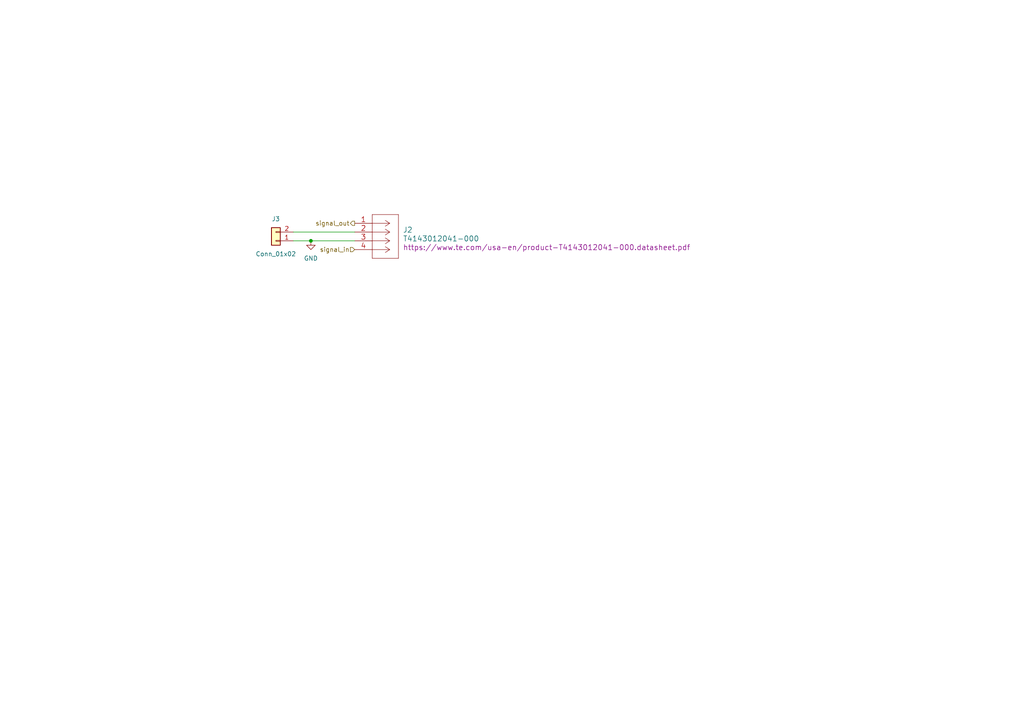
<source format=kicad_sch>
(kicad_sch (version 20230121) (generator eeschema)
  (paper "A4")
  (lib_symbols
    (symbol "Connector_Generic:Conn_01x02" (pin_names (offset 1.016) hide)
      (property "Reference" "J" (at 0 2.54 0))
      (property "Value" "Conn_01x02" (at 0 -5.08 0))
      (symbol "Conn_01x02_1_1"
        (rectangle (start -1.27 -2.413) (end 0 -2.667) (stroke (width 0.1524)))
        (rectangle (start -1.27 0.127) (end 0 -0.127) (stroke (width 0.1524)))
        (rectangle (start -1.27 1.27) (end 1.27 -3.81) (stroke (width 0.254)) (fill (type background)))
        (pin passive line (at -5.08 0 0) (length 3.81) (name "Pin_1") (number "1"))
        (pin passive line (at -5.08 -2.54 0) (length 3.81) (name "Pin_2") (number "2"))
      )
    )
    (symbol "custom_library:T4143012041-000" (pin_names (offset 0.254) hide)
      (property "Reference" "J" (at 8.89 -12.7 0))
      (property "Value" "T4143012041-000" (at 10.16 5.08 0))
      (property "Datasheet" "https://www.te.com/usa-en/product-T4143012041-000.datasheet.pdf" (at 8.89 -15.24 0))
      (symbol "T4143012041-000_1_1"
        (polyline (pts (xy 5.08 -10.16) (xy 12.7 -10.16)) (stroke (width 0.127)))
        (polyline (pts (xy 5.08 2.54) (xy 5.08 -10.16)) (stroke (width 0.127)))
        (polyline (pts (xy 10.16 -7.62) (xy 5.08 -7.62)) (stroke (width 0.127)))
        (polyline (pts (xy 10.16 -7.62) (xy 8.89 -8.4582)) (stroke (width 0.127)))
        (polyline (pts (xy 10.16 -7.62) (xy 8.89 -6.7818)) (stroke (width 0.127)))
        (polyline (pts (xy 10.16 -5.08) (xy 5.08 -5.08)) (stroke (width 0.127)))
        (polyline (pts (xy 10.16 -5.08) (xy 8.89 -5.9182)) (stroke (width 0.127)))
        (polyline (pts (xy 10.16 -5.08) (xy 8.89 -4.2418)) (stroke (width 0.127)))
        (polyline (pts (xy 10.16 -2.54) (xy 5.08 -2.54)) (stroke (width 0.127)))
        (polyline (pts (xy 10.16 -2.54) (xy 8.89 -3.3782)) (stroke (width 0.127)))
        (polyline (pts (xy 10.16 -2.54) (xy 8.89 -1.7018)) (stroke (width 0.127)))
        (polyline (pts (xy 10.16 0) (xy 5.08 0)) (stroke (width 0.127)))
        (polyline (pts (xy 10.16 0) (xy 8.89 -0.8382)) (stroke (width 0.127)))
        (polyline (pts (xy 10.16 0) (xy 8.89 0.8382)) (stroke (width 0.127)))
        (polyline (pts (xy 12.7 -10.16) (xy 12.7 2.54)) (stroke (width 0.127)))
        (polyline (pts (xy 12.7 2.54) (xy 5.08 2.54)) (stroke (width 0.127)))
        (pin output line (at 0 0 0) (length 5.08) (name "1") (number "1"))
        (pin power_in line (at 0 -2.54 0) (length 5.08) (name "2") (number "2"))
        (pin power_out line (at 0 -5.08 0) (length 5.08) (name "3") (number "3"))
        (pin input line (at 0 -7.62 0) (length 5.08) (name "4") (number "4"))
      )
    )
    (symbol "power:GND" (power) (pin_names (offset 0))
      (property "Value" "GND" (at 0 -3.81 0))
      (symbol "GND_0_1"
        (polyline (pts (xy 0 0) (xy 0 -1.27) (xy 1.27 -1.27) (xy 0 -2.54) (xy -1.27 -1.27) (xy 0 -1.27)))
      )
      (symbol "GND_1_1"
        (pin power_in line (at 0 0 270) (length 0) hide (name "GND") (number "1"))
      )
    )
  )
  (junction (at 90.17 69.85))
  (wire (pts (xy 90.17 69.85) (xy 102.87 69.85)))
  (wire (pts (xy 85.09 67.31) (xy 102.87 67.31)))
  (wire (pts (xy 85.09 69.85) (xy 90.17 69.85)))
  (hierarchical_label "signal_in" (shape input) (at 102.87 72.39 180))
  (hierarchical_label "signal_out" (shape output) (at 102.87 64.77 180))
  (symbol (lib_id "power:GND") (at 90.17 69.85 0) (unit 1)
    (property "Reference" "#PWR06" (effects hide))
    (property "Value" "GND" (at 90.17 74.93 0))
    (instances (project "voltage_input_revC" (path "" (reference "#PWR06") (unit 1)) (path "" (reference "#PWR03") (unit 1)) (path "" (reference "#PWR04") (unit 1)) (path "" (reference "#PWR05") (unit 1)) (path "" (reference "#PWR07") (unit 1)) (path "" (reference "#PWR08") (unit 1)) (path "" (reference "#PWR09") (unit 1)) (path "" (reference "#PWR010") (unit 1)) (path "" (reference "#PWR011") (unit 1)) (path "" (reference "#PWR012") (unit 1)) (path "" (reference "#PWR013") (unit 1)) (path "" (reference "#PWR014") (unit 1)) (path "" (reference "#PWR015") (unit 1)) (path "" (reference "#PWR016") (unit 1)) (path "" (reference "#PWR017") (unit 1)) (path "" (reference "#PWR018") (unit 1))))
  )
  (symbol (lib_id "Connector_Generic:Conn_01x02") (at 80.01 69.85 180) (unit 1)
    (property "Reference" "J3" (at 80.01 63.5 0))
    (property "Value" "Conn_01x02" (at 80.01 73.66 0))
    (property "Footprint" "MRDT_Connectors:Square_Anderson_2_V_Side_By_Side" (effects hide))
    (instances (project "voltage_input_revC" (path "" (reference "J3") (unit 1)) (path "" (reference "J4") (unit 1)) (path "" (reference "J6") (unit 1)) (path "" (reference "J8") (unit 1)) (path "" (reference "J10") (unit 1)) (path "" (reference "J12") (unit 1)) (path "" (reference "J14") (unit 1)) (path "" (reference "J16") (unit 1)) (path "" (reference "J18") (unit 1)) (path "" (reference "J20") (unit 1)) (path "" (reference "J22") (unit 1)) (path "" (reference "J24") (unit 1)) (path "" (reference "J26") (unit 1)) (path "" (reference "J28") (unit 1)) (path "" (reference "J30") (unit 1)) (path "" (reference "J32") (unit 1))))
  )
  (symbol (lib_id "custom_library:T4143012041-000") (at 102.87 64.77 0) (unit 1)
    (property "Reference" "J2" (at 116.84 66.675 0) (effects (font (size 1.524 1.524)) (justify left)))
    (property "Value" "T4143012041-000" (at 116.84 69.215 0) (effects (font (size 1.524 1.524)) (justify left)))
    (property "Footprint" "custom_libraries:T4143012041-000" (effects hide))
    (property "Datasheet" "https://www.te.com/usa-en/product-T4143012041-000.datasheet.pdf" (at 116.84 71.755 0) (effects (font (size 1.524 1.524)) (justify left)))
    (instances (project "voltage_input_revC" (path "" (reference "J2") (unit 1)) (path "" (reference "J5") (unit 1)) (path "" (reference "J7") (unit 1)) (path "" (reference "J9") (unit 1)) (path "" (reference "J11") (unit 1)) (path "" (reference "J13") (unit 1)) (path "" (reference "J15") (unit 1)) (path "" (reference "J17") (unit 1)) (path "" (reference "J19") (unit 1)) (path "" (reference "J21") (unit 1)) (path "" (reference "J23") (unit 1)) (path "" (reference "J25") (unit 1)) (path "" (reference "J27") (unit 1)) (path "" (reference "J29") (unit 1)) (path "" (reference "J31") (unit 1)) (path "" (reference "J33") (unit 1))))
  )
)
</source>
